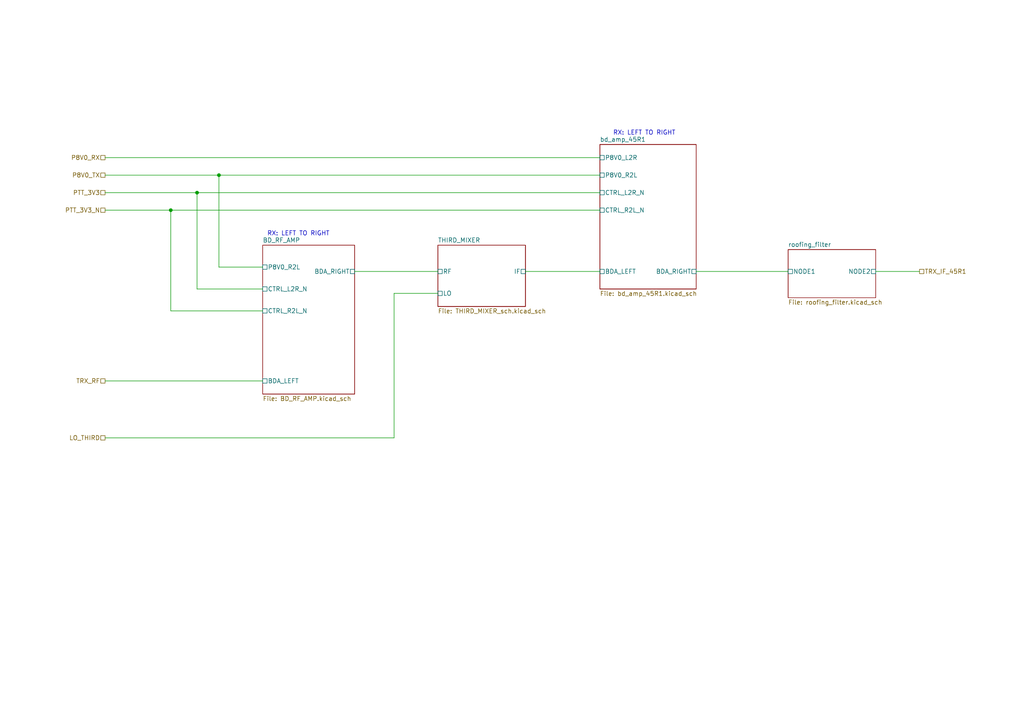
<source format=kicad_sch>
(kicad_sch (version 20211123) (generator eeschema)
  (paper "A4")
  (title_block (rev "B"))
  (lib_symbols)
  (junction (at 63.5 50.8))
  (junction (at 57.15 55.88))
  (junction (at 49.53 60.96))
  (wire (pts (xy 63.5 50.8) (xy 63.5 77.47)))
  (wire (pts (xy 114.3 85.09) (xy 114.3 127)))
  (wire (pts (xy 76.2 110.49) (xy 30.48 110.49)))
  (wire (pts (xy 49.53 60.96) (xy 49.53 90.17)))
  (wire (pts (xy 127 78.74) (xy 102.87 78.74)))
  (wire (pts (xy 228.6 78.74) (xy 201.93 78.74)))
  (wire (pts (xy 254 78.74) (xy 266.7 78.74)))
  (wire (pts (xy 173.99 50.8) (xy 63.5 50.8)))
  (wire (pts (xy 152.4 78.74) (xy 173.99 78.74)))
  (wire (pts (xy 49.53 90.17) (xy 76.2 90.17)))
  (wire (pts (xy 173.99 60.96) (xy 49.53 60.96)))
  (wire (pts (xy 57.15 55.88) (xy 30.48 55.88)))
  (wire (pts (xy 127 85.09) (xy 114.3 85.09)))
  (wire (pts (xy 57.15 83.82) (xy 76.2 83.82)))
  (wire (pts (xy 63.5 50.8) (xy 30.48 50.8)))
  (wire (pts (xy 57.15 55.88) (xy 57.15 83.82)))
  (wire (pts (xy 173.99 55.88) (xy 57.15 55.88)))
  (wire (pts (xy 49.53 60.96) (xy 30.48 60.96)))
  (wire (pts (xy 173.99 45.72) (xy 30.48 45.72)))
  (wire (pts (xy 114.3 127) (xy 30.48 127)))
  (wire (pts (xy 63.5 77.47) (xy 76.2 77.47)))
  (text "RX: LEFT TO RIGHT" (at 177.8 39.37 0) (effects (font (size 1.27 1.27)) (justify left bottom)))
  (text "RX: LEFT TO RIGHT" (at 77.47 68.58 0) (effects (font (size 1.27 1.27)) (justify left bottom)))
  (hierarchical_label "P8V0_TX" (shape passive) (at 30.48 50.8 180))
  (hierarchical_label "TRX_IF_45R1" (shape passive) (at 266.7 78.74 0))
  (hierarchical_label "TRX_RF" (shape passive) (at 30.48 110.49 180))
  (hierarchical_label "LO_THIRD" (shape passive) (at 30.48 127 180))
  (hierarchical_label "PTT_3V3" (shape passive) (at 30.48 55.88 180))
  (hierarchical_label "P8V0_RX" (shape passive) (at 30.48 45.72 180))
  (hierarchical_label "PTT_3V3_N" (shape passive) (at 30.48 60.96 180))
  (sheet (at 228.6 72.39) (size 25.4 13.97)
    (property "Sheet name" "roofing_filter" (at 228.6 71.6784 0) (effects (justify left bottom)))
    (property "Sheet file" "roofing_filter.kicad_sch" (at 228.6 86.9446 0) (effects (justify left top)))
    (pin "NODE2" passive (at 254 78.74 0))
    (pin "NODE1" passive (at 228.6 78.74 180))
  )
  (sheet (at 173.99 41.91) (size 27.94 41.91)
    (property "Sheet name" "bd_amp_45R1" (at 173.99 41.1984 0) (effects (justify left bottom)))
    (property "Sheet file" "bd_amp_45R1.kicad_sch" (at 173.99 84.4046 0) (effects (justify left top)))
    (pin "BDA_LEFT" passive (at 173.99 78.74 180))
    (pin "BDA_RIGHT" passive (at 201.93 78.74 0))
    (pin "P8V0_L2R" passive (at 173.99 45.72 180))
    (pin "P8V0_R2L" passive (at 173.99 50.8 180))
    (pin "CTRL_L2R_N" passive (at 173.99 55.88 180))
    (pin "CTRL_R2L_N" passive (at 173.99 60.96 180))
  )
  (sheet (at 127 71.12) (size 25.4 17.78)
    (property "Sheet name" "THIRD_MIXER" (at 127 70.4084 0) (effects (justify left bottom)))
    (property "Sheet file" "THIRD_MIXER_sch.kicad_sch" (at 127 89.4846 0) (effects (justify left top)))
    (pin "IF" passive (at 152.4 78.74 0))
    (pin "RF" passive (at 127 78.74 180))
    (pin "LO" passive (at 127 85.09 180))
  )
  (sheet (at 76.2 71.12) (size 26.67 43.18)
    (property "Sheet name" "BD_RF_AMP" (at 76.2 70.4084 0) (effects (justify left bottom)))
    (property "Sheet file" "BD_RF_AMP.kicad_sch" (at 76.2 114.8846 0) (effects (justify left top)))
    (pin "BDA_RIGHT" passive (at 102.87 78.74 0))
    (pin "BDA_LEFT" passive (at 76.2 110.49 180))
    (pin "P8V0_R2L" passive (at 76.2 77.47 180))
    (pin "CTRL_L2R_N" passive (at 76.2 83.82 180))
    (pin "CTRL_R2L_N" passive (at 76.2 90.17 180))
  )
)
</source>
